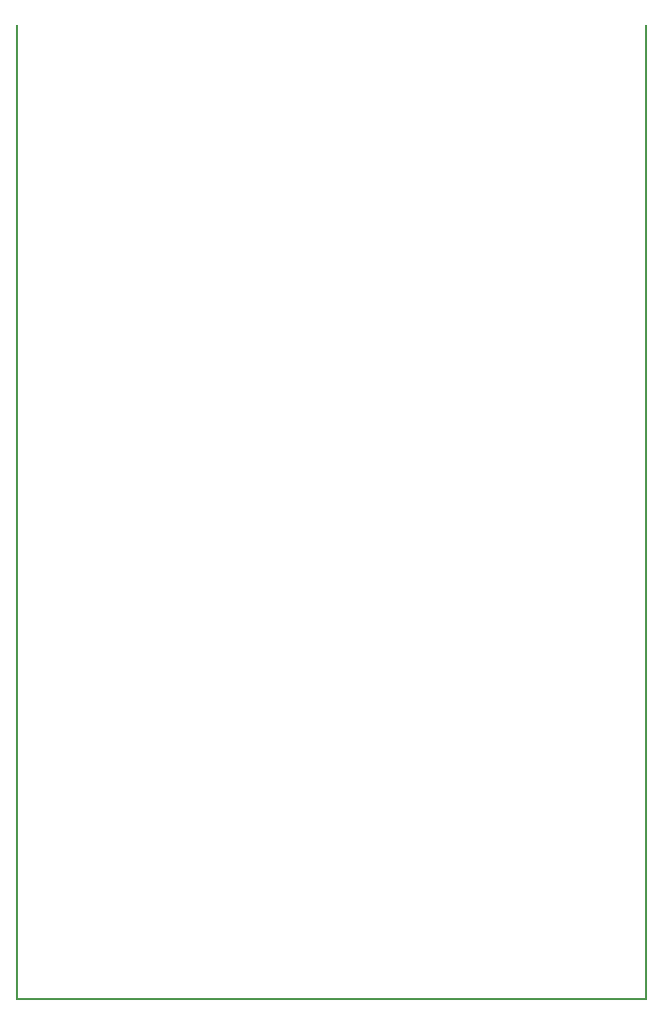
<source format=gbr>
G04 #@! TF.FileFunction,Profile,NP*
%FSLAX46Y46*%
G04 Gerber Fmt 4.6, Leading zero omitted, Abs format (unit mm)*
G04 Created by KiCad (PCBNEW 4.0.5) date Monday, July 31, 2017 'PMt' 03:21:26 PM*
%MOMM*%
%LPD*%
G01*
G04 APERTURE LIST*
%ADD10C,0.150000*%
G04 APERTURE END LIST*
D10*
X121920000Y-138430000D02*
X121920000Y-55880000D01*
X175260000Y-138430000D02*
X175260000Y-55880000D01*
X121920000Y-138430000D02*
X175260000Y-138430000D01*
M02*

</source>
